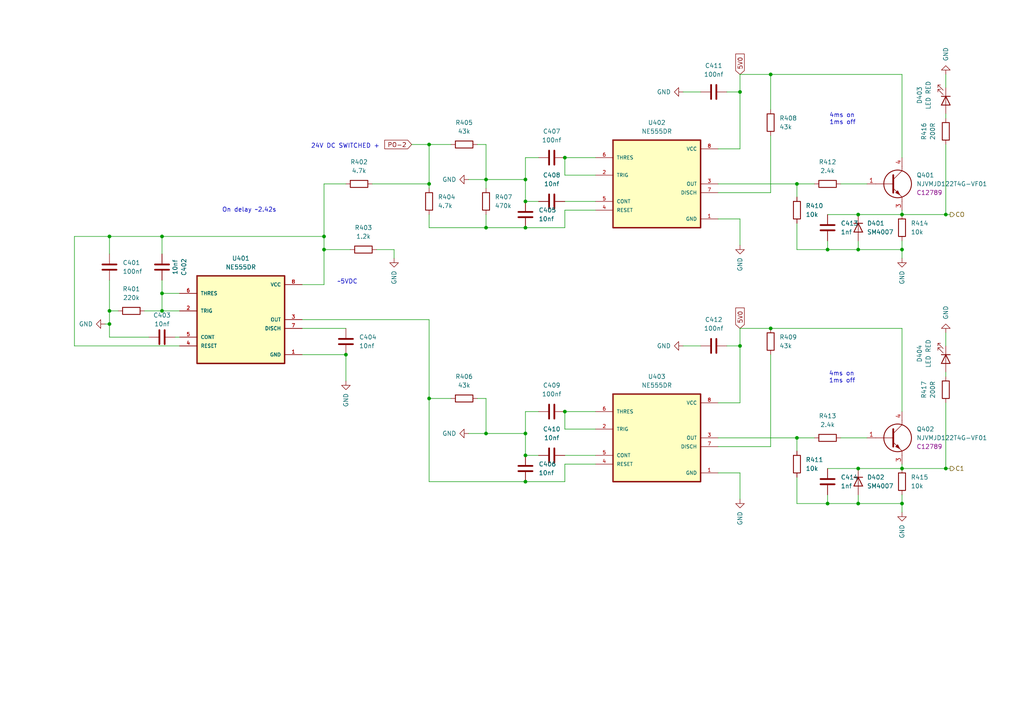
<source format=kicad_sch>
(kicad_sch (version 20211123) (generator eeschema)
  (paper "A4")
  (lib_symbols
    (symbol "Device:C" (pin_numbers hide) (pin_names (offset 0.254))
      (property "Reference" "C" (at 0.635 2.54 0))
      (property "Value" "C" (at 0.635 -2.54 0))
      (symbol "C_0_1"
        (polyline (pts (xy -2.032 -0.762) (xy 2.032 -0.762)) (stroke (width 0.508)))
        (polyline (pts (xy -2.032 0.762) (xy 2.032 0.762)) (stroke (width 0.508)))
      )
      (symbol "C_1_1"
        (pin passive line (at 0 3.81 270) (length 2.794) (name "~") (number "1"))
        (pin passive line (at 0 -3.81 90) (length 2.794) (name "~") (number "2"))
      )
    )
    (symbol "Device:LED" (pin_numbers hide) (pin_names (offset 1.016) hide)
      (property "Reference" "D" (at 0 2.54 0))
      (property "Value" "LED" (at 0 -2.54 0))
      (symbol "LED_0_1"
        (polyline (pts (xy -1.27 -1.27) (xy -1.27 1.27)) (stroke (width 0.254)))
        (polyline (pts (xy -1.27 0) (xy 1.27 0)))
        (polyline (pts (xy 1.27 -1.27) (xy 1.27 1.27) (xy -1.27 0) (xy 1.27 -1.27)) (stroke (width 0.254)))
        (polyline (pts (xy -3.048 -0.762) (xy -4.572 -2.286) (xy -3.81 -2.286) (xy -4.572 -2.286) (xy -4.572 -1.524)))
        (polyline (pts (xy -1.778 -0.762) (xy -3.302 -2.286) (xy -2.54 -2.286) (xy -3.302 -2.286) (xy -3.302 -1.524)))
      )
      (symbol "LED_1_1"
        (pin passive line (at -3.81 0 0) (length 2.54) (name "K") (number "1"))
        (pin passive line (at 3.81 0 180) (length 2.54) (name "A") (number "2"))
      )
    )
    (symbol "Device:R" (pin_numbers hide) (pin_names (offset 0))
      (property "Reference" "R" (at 2.032 0 90))
      (property "Value" "R" (at 0 0 90))
      (symbol "R_0_1"
        (rectangle (start -1.016 -2.54) (end 1.016 2.54) (stroke (width 0.254)))
      )
      (symbol "R_1_1"
        (pin passive line (at 0 3.81 270) (length 1.27) (name "~") (number "1"))
        (pin passive line (at 0 -3.81 90) (length 1.27) (name "~") (number "2"))
      )
    )
    (symbol "Diode:SM4007" (pin_numbers hide) (pin_names (offset 1.016) hide)
      (property "Reference" "D" (at 0 2.54 0))
      (property "Value" "SM4007" (at 0 -2.54 0))
      (symbol "SM4007_0_1"
        (polyline (pts (xy -1.27 1.27) (xy -1.27 -1.27)) (stroke (width 0.254)))
        (polyline (pts (xy 1.27 0) (xy -1.27 0)))
        (polyline (pts (xy 1.27 1.27) (xy 1.27 -1.27) (xy -1.27 0) (xy 1.27 1.27)) (stroke (width 0.254)))
      )
      (symbol "SM4007_1_1"
        (pin passive line (at -3.81 0 0) (length 2.54) (name "K") (number "1"))
        (pin passive line (at 3.81 0 180) (length 2.54) (name "A") (number "2"))
      )
    )
    (symbol "PCB_Library:NE555DR" (pin_names (offset 1.016))
      (property "Reference" "U" (at -12.7 13.6906 0))
      (property "Value" "NE555DR" (at -12.7 -16.6878 0))
      (symbol "NE555DR_0_0"
        (rectangle (start -12.7 -12.7) (end 12.7 12.7) (stroke (width 0.4064)) (fill (type background)))
        (pin power_in line (at 17.78 -10.16 180) (length 5.08) (name "GND") (number "1"))
        (pin input line (at -17.78 2.54 0) (length 5.08) (name "TRIG") (number "2"))
        (pin output line (at 17.78 0 180) (length 5.08) (name "OUT") (number "3"))
        (pin input line (at -17.78 -7.62 0) (length 5.08) (name "RESET") (number "4"))
        (pin bidirectional line (at -17.78 -5.08 0) (length 5.08) (name "CONT") (number "5"))
        (pin input line (at -17.78 7.62 0) (length 5.08) (name "THRES") (number "6"))
        (pin output line (at 17.78 -2.54 180) (length 5.08) (name "DISCH") (number "7"))
        (pin power_in line (at 17.78 10.16 180) (length 5.08) (name "VCC") (number "8"))
      )
    )
    (symbol "PCB_Library:NJVMJD122T4G-VF01" (pin_names (offset 0.762))
      (property "Reference" "Q" (at 13.97 1.27 0))
      (property "Value" "NJVMJD122T4G-VF01" (at 13.97 -1.27 0))
      (property "LCSC" "C12789" (at 0 0 0))
      (symbol "NJVMJD122T4G-VF01_0_0"
        (pin passive line (at 0 0 0) (length 2.54) (name "~") (number "1"))
        (pin passive line (at 10.16 -7.62 90) (length 2.54) (name "~") (number "3"))
        (pin passive line (at 10.16 7.62 270) (length 2.54) (name "~") (number "4"))
      )
      (symbol "NJVMJD122T4G-VF01_0_1"
        (polyline (pts (xy 2.54 0) (xy 7.62 0)) (stroke (width 0.1524)))
        (polyline (pts (xy 7.62 -1.27) (xy 10.16 -3.81)) (stroke (width 0.1524)))
        (polyline (pts (xy 7.62 1.27) (xy 10.16 3.81)) (stroke (width 0.1524)))
        (polyline (pts (xy 7.62 2.54) (xy 7.62 -2.54)) (stroke (width 0.508)))
        (polyline (pts (xy 10.16 -3.81) (xy 10.16 -5.08)) (stroke (width 0.1524)))
        (polyline (pts (xy 10.16 3.81) (xy 10.16 5.08)) (stroke (width 0.1524)))
        (polyline (pts (xy 8.382 -2.54) (xy 8.89 -2.032) (xy 9.398 -3.048) (xy 8.382 -2.54)) (stroke (width 0.254)) (fill (type outline)))
        (circle (center 8.89 0) (radius 4.0132) (stroke (width 0.254)))
      )
    )
    (symbol "power:GND" (power) (pin_names (offset 0))
      (property "Value" "GND" (at 0 -3.81 0))
      (symbol "GND_0_1"
        (polyline (pts (xy 0 0) (xy 0 -1.27) (xy 1.27 -1.27) (xy 0 -2.54) (xy -1.27 -1.27) (xy 0 -1.27)))
      )
      (symbol "GND_1_1"
        (pin power_in line (at 0 0 270) (length 0) hide (name "GND") (number "1"))
      )
    )
  )
  (junction (at 261.62 135.89))
  (junction (at 124.46 41.91))
  (junction (at 152.4 66.04))
  (junction (at 248.92 62.23))
  (junction (at 140.97 125.73))
  (junction (at 214.63 100.33))
  (junction (at 140.97 52.07))
  (junction (at 152.4 139.7))
  (junction (at 152.4 52.07))
  (junction (at 93.98 72.39))
  (junction (at 261.62 146.05))
  (junction (at 248.92 135.89))
  (junction (at 261.62 62.23))
  (junction (at 223.52 95.25))
  (junction (at 248.92 146.05))
  (junction (at 46.99 90.17))
  (junction (at 240.03 72.39))
  (junction (at 163.83 119.38))
  (junction (at 274.32 62.23))
  (junction (at 46.99 85.09))
  (junction (at 248.92 72.39))
  (junction (at 140.97 66.04))
  (junction (at 223.52 21.59))
  (junction (at 152.4 125.73))
  (junction (at 214.63 26.67))
  (junction (at 152.4 58.42))
  (junction (at 240.03 146.05))
  (junction (at 231.14 53.34))
  (junction (at 124.46 115.57))
  (junction (at 261.62 72.39))
  (junction (at 274.32 135.89))
  (junction (at 31.75 90.17))
  (junction (at 100.33 102.87))
  (junction (at 31.75 68.58))
  (junction (at 46.99 68.58))
  (junction (at 31.75 93.98))
  (junction (at 152.4 132.08))
  (junction (at 93.98 68.58))
  (junction (at 231.14 127))
  (junction (at 163.83 45.72))
  (junction (at 124.46 53.34))
  (wire (pts (xy 138.43 115.57) (xy 140.97 115.57)))
  (wire (pts (xy 46.99 85.09) (xy 46.99 90.17)))
  (wire (pts (xy 248.92 146.05) (xy 261.62 146.05)))
  (wire (pts (xy 274.32 100.33) (xy 274.32 96.52)))
  (wire (pts (xy 31.75 97.79) (xy 43.18 97.79)))
  (wire (pts (xy 261.62 143.51) (xy 261.62 146.05)))
  (wire (pts (xy 93.98 72.39) (xy 101.6 72.39)))
  (wire (pts (xy 172.72 119.38) (xy 163.83 119.38)))
  (wire (pts (xy 163.83 134.62) (xy 163.83 139.7)))
  (wire (pts (xy 261.62 69.85) (xy 261.62 72.39)))
  (wire (pts (xy 135.89 52.07) (xy 140.97 52.07)))
  (wire (pts (xy 261.62 60.96) (xy 261.62 62.23)))
  (wire (pts (xy 93.98 53.34) (xy 93.98 68.58)))
  (wire (pts (xy 240.03 143.51) (xy 240.03 146.05)))
  (wire (pts (xy 31.75 90.17) (xy 31.75 93.98)))
  (wire (pts (xy 261.62 62.23) (xy 274.32 62.23)))
  (wire (pts (xy 163.83 124.46) (xy 172.72 124.46)))
  (wire (pts (xy 52.07 100.33) (xy 21.59 100.33)))
  (wire (pts (xy 124.46 41.91) (xy 124.46 53.34)))
  (wire (pts (xy 140.97 52.07) (xy 140.97 54.61)))
  (wire (pts (xy 163.83 132.08) (xy 172.72 132.08)))
  (wire (pts (xy 243.84 53.34) (xy 251.46 53.34)))
  (wire (pts (xy 152.4 66.04) (xy 163.83 66.04)))
  (wire (pts (xy 274.32 116.84) (xy 274.32 135.89)))
  (wire (pts (xy 208.28 55.88) (xy 223.52 55.88)))
  (wire (pts (xy 261.62 72.39) (xy 261.62 74.93)))
  (wire (pts (xy 46.99 81.28) (xy 46.99 85.09)))
  (wire (pts (xy 274.32 34.29) (xy 274.32 33.02)))
  (wire (pts (xy 231.14 127) (xy 236.22 127)))
  (wire (pts (xy 261.62 146.05) (xy 261.62 148.59)))
  (wire (pts (xy 223.52 31.75) (xy 223.52 21.59)))
  (wire (pts (xy 21.59 100.33) (xy 21.59 68.58)))
  (wire (pts (xy 248.92 72.39) (xy 261.62 72.39)))
  (wire (pts (xy 140.97 125.73) (xy 152.4 125.73)))
  (wire (pts (xy 223.52 129.54) (xy 223.52 102.87)))
  (wire (pts (xy 119.38 41.91) (xy 124.46 41.91)))
  (wire (pts (xy 124.46 139.7) (xy 152.4 139.7)))
  (wire (pts (xy 261.62 45.72) (xy 261.62 21.59)))
  (wire (pts (xy 107.95 53.34) (xy 124.46 53.34)))
  (wire (pts (xy 50.8 97.79) (xy 52.07 97.79)))
  (wire (pts (xy 274.32 41.91) (xy 274.32 62.23)))
  (wire (pts (xy 240.03 135.89) (xy 248.92 135.89)))
  (wire (pts (xy 152.4 45.72) (xy 152.4 52.07)))
  (wire (pts (xy 208.28 127) (xy 231.14 127)))
  (wire (pts (xy 140.97 115.57) (xy 140.97 125.73)))
  (wire (pts (xy 214.63 43.18) (xy 208.28 43.18)))
  (wire (pts (xy 124.46 115.57) (xy 124.46 139.7)))
  (wire (pts (xy 31.75 68.58) (xy 46.99 68.58)))
  (wire (pts (xy 46.99 90.17) (xy 52.07 90.17)))
  (wire (pts (xy 93.98 82.55) (xy 87.63 82.55)))
  (wire (pts (xy 140.97 41.91) (xy 140.97 52.07)))
  (wire (pts (xy 124.46 92.71) (xy 124.46 115.57)))
  (wire (pts (xy 231.14 53.34) (xy 236.22 53.34)))
  (wire (pts (xy 248.92 143.51) (xy 248.92 146.05)))
  (wire (pts (xy 248.92 69.85) (xy 248.92 72.39)))
  (wire (pts (xy 214.63 116.84) (xy 208.28 116.84)))
  (wire (pts (xy 214.63 95.25) (xy 223.52 95.25)))
  (wire (pts (xy 214.63 21.59) (xy 214.63 26.67)))
  (wire (pts (xy 214.63 21.59) (xy 223.52 21.59)))
  (wire (pts (xy 231.14 64.77) (xy 231.14 72.39)))
  (wire (pts (xy 172.72 60.96) (xy 163.83 60.96)))
  (wire (pts (xy 140.97 62.23) (xy 140.97 66.04)))
  (wire (pts (xy 274.32 25.4) (xy 274.32 21.59)))
  (wire (pts (xy 261.62 21.59) (xy 223.52 21.59)))
  (wire (pts (xy 124.46 53.34) (xy 124.46 54.61)))
  (wire (pts (xy 138.43 41.91) (xy 140.97 41.91)))
  (wire (pts (xy 152.4 58.42) (xy 156.21 58.42)))
  (wire (pts (xy 140.97 66.04) (xy 152.4 66.04)))
  (wire (pts (xy 231.14 127) (xy 231.14 130.81)))
  (wire (pts (xy 130.81 41.91) (xy 124.46 41.91)))
  (wire (pts (xy 214.63 95.25) (xy 214.63 100.33)))
  (wire (pts (xy 223.52 55.88) (xy 223.52 39.37)))
  (wire (pts (xy 30.48 93.98) (xy 31.75 93.98)))
  (wire (pts (xy 156.21 45.72) (xy 152.4 45.72)))
  (wire (pts (xy 208.28 53.34) (xy 231.14 53.34)))
  (wire (pts (xy 240.03 146.05) (xy 248.92 146.05)))
  (wire (pts (xy 231.14 138.43) (xy 231.14 146.05)))
  (wire (pts (xy 135.89 125.73) (xy 140.97 125.73)))
  (wire (pts (xy 152.4 119.38) (xy 152.4 125.73)))
  (wire (pts (xy 140.97 52.07) (xy 152.4 52.07)))
  (wire (pts (xy 231.14 146.05) (xy 240.03 146.05)))
  (wire (pts (xy 261.62 135.89) (xy 274.32 135.89)))
  (wire (pts (xy 163.83 60.96) (xy 163.83 66.04)))
  (wire (pts (xy 248.92 62.23) (xy 261.62 62.23)))
  (wire (pts (xy 100.33 102.87) (xy 100.33 110.49)))
  (wire (pts (xy 52.07 85.09) (xy 46.99 85.09)))
  (wire (pts (xy 124.46 62.23) (xy 124.46 66.04)))
  (wire (pts (xy 274.32 135.89) (xy 275.59 135.89)))
  (wire (pts (xy 198.12 26.67) (xy 203.2 26.67)))
  (wire (pts (xy 31.75 81.28) (xy 31.75 90.17)))
  (wire (pts (xy 208.28 137.16) (xy 214.63 137.16)))
  (wire (pts (xy 163.83 119.38) (xy 163.83 124.46)))
  (wire (pts (xy 31.75 97.79) (xy 31.75 93.98)))
  (wire (pts (xy 152.4 52.07) (xy 152.4 58.42)))
  (wire (pts (xy 274.32 109.22) (xy 274.32 107.95)))
  (wire (pts (xy 93.98 72.39) (xy 93.98 82.55)))
  (wire (pts (xy 240.03 69.85) (xy 240.03 72.39)))
  (wire (pts (xy 41.91 90.17) (xy 46.99 90.17)))
  (wire (pts (xy 210.82 26.67) (xy 214.63 26.67)))
  (wire (pts (xy 156.21 119.38) (xy 152.4 119.38)))
  (wire (pts (xy 214.63 137.16) (xy 214.63 144.78)))
  (wire (pts (xy 114.3 72.39) (xy 114.3 74.93)))
  (wire (pts (xy 34.29 90.17) (xy 31.75 90.17)))
  (wire (pts (xy 46.99 68.58) (xy 93.98 68.58)))
  (wire (pts (xy 87.63 92.71) (xy 124.46 92.71)))
  (wire (pts (xy 172.72 45.72) (xy 163.83 45.72)))
  (wire (pts (xy 172.72 134.62) (xy 163.83 134.62)))
  (wire (pts (xy 261.62 95.25) (xy 223.52 95.25)))
  (wire (pts (xy 214.63 26.67) (xy 214.63 43.18)))
  (wire (pts (xy 208.28 63.5) (xy 214.63 63.5)))
  (wire (pts (xy 243.84 127) (xy 251.46 127)))
  (wire (pts (xy 152.4 125.73) (xy 152.4 132.08)))
  (wire (pts (xy 261.62 119.38) (xy 261.62 95.25)))
  (wire (pts (xy 163.83 50.8) (xy 172.72 50.8)))
  (wire (pts (xy 240.03 62.23) (xy 248.92 62.23)))
  (wire (pts (xy 93.98 68.58) (xy 93.98 72.39)))
  (wire (pts (xy 208.28 129.54) (xy 223.52 129.54)))
  (wire (pts (xy 152.4 139.7) (xy 163.83 139.7)))
  (wire (pts (xy 274.32 62.23) (xy 275.59 62.23)))
  (wire (pts (xy 198.12 100.33) (xy 203.2 100.33)))
  (wire (pts (xy 163.83 58.42) (xy 172.72 58.42)))
  (wire (pts (xy 214.63 63.5) (xy 214.63 71.12)))
  (wire (pts (xy 21.59 68.58) (xy 31.75 68.58)))
  (wire (pts (xy 248.92 135.89) (xy 261.62 135.89)))
  (wire (pts (xy 31.75 68.58) (xy 31.75 73.66)))
  (wire (pts (xy 100.33 53.34) (xy 93.98 53.34)))
  (wire (pts (xy 152.4 132.08) (xy 156.21 132.08)))
  (wire (pts (xy 231.14 72.39) (xy 240.03 72.39)))
  (wire (pts (xy 124.46 66.04) (xy 140.97 66.04)))
  (wire (pts (xy 163.83 45.72) (xy 163.83 50.8)))
  (wire (pts (xy 87.63 95.25) (xy 100.33 95.25)))
  (wire (pts (xy 210.82 100.33) (xy 214.63 100.33)))
  (wire (pts (xy 46.99 68.58) (xy 46.99 73.66)))
  (wire (pts (xy 100.33 102.87) (xy 87.63 102.87)))
  (wire (pts (xy 261.62 134.62) (xy 261.62 135.89)))
  (wire (pts (xy 114.3 72.39) (xy 109.22 72.39)))
  (wire (pts (xy 231.14 53.34) (xy 231.14 57.15)))
  (wire (pts (xy 130.81 115.57) (xy 124.46 115.57)))
  (wire (pts (xy 240.03 72.39) (xy 248.92 72.39)))
  (wire (pts (xy 214.63 100.33) (xy 214.63 116.84)))
  (text "~5VDC" (at 97.79 82.55 0) (effects (font (size 1.27 1.27)) (justify left bottom)))
  (text "On delay ~2.42s" (at 64.389 61.722 0) (effects (font (size 1.27 1.27)) (justify left bottom)))
  (text "4ms on\n1ms off" (at 240.538 36.322 0) (effects (font (size 1.27 1.27)) (justify left bottom)))
  (text "24V DC SWITCHED +" (at 90.17 43.18 0) (effects (font (size 1.27 1.27)) (justify left bottom)))
  (text "4ms on\n1ms off" (at 240.411 111.252 0) (effects (font (size 1.27 1.27)) (justify left bottom)))
  (global_label "5V0" (shape input) (at 214.63 21.59 90) (property "Intersheet References" "${INTERSHEET_REFS}" (effects hide)))
  (global_label "PO-2" (shape input) (at 119.38 41.91 180) (property "Intersheet References" "${INTERSHEET_REFS}" (effects hide)))
  (global_label "5V0" (shape input) (at 214.63 95.25 90) (property "Intersheet References" "${INTERSHEET_REFS}" (effects hide)))
  (hierarchical_label "CO" (shape output) (at 275.59 62.23 0))
  (hierarchical_label "C1" (shape output) (at 275.59 135.89 0))
  (symbol (lib_id "Device:R") (at 124.46 58.42 0) (unit 1)
    (property "Reference" "R404" (at 127 57.1499 0) (effects (justify left)))
    (property "Value" "4.7k" (at 127 59.6899 0) (effects (justify left)))
    (property "Footprint" "Footprints:R_0402_1005Metric" (effects hide))
    (property "LCSC" "C25900" (effects hide))
  )
  (symbol (lib_id "Diode:SM4007") (at 248.92 139.7 270) (unit 1)
    (property "Reference" "D402" (at 251.46 138.4299 90) (effects (justify left)))
    (property "Value" "SM4007" (at 251.46 140.9699 90) (effects (justify left)))
    (property "Footprint" "Diode_SMD:D_MELF" (effects hide))
    (property "Datasheet" "http://cdn-reichelt.de/documents/datenblatt/A400/SMD1N400%23DIO.pdf" (effects hide))
    (property "LCSC" "C64898" (effects hide))
  )
  (symbol (lib_id "power:GND") (at 30.48 93.98 270) (mirror x) (unit 1)
    (property "Reference" "#PWR0401" (effects hide))
    (property "Value" "GND" (at 22.86 93.98 90) (effects (justify left)))
  )
  (symbol (lib_id "Device:R") (at 134.62 115.57 90) (unit 1)
    (property "Reference" "R406" (at 134.62 109.22 90))
    (property "Value" "43k" (at 134.62 111.76 90))
    (property "Footprint" "Footprints:R_0603_1608Metric" (effects hide))
    (property "LCSC" "C25804" (effects hide))
  )
  (symbol (lib_id "PCB_Library:NE555DR") (at 190.5 127 0) (unit 1)
    (property "Reference" "U403" (at 190.5 109.22 0))
    (property "Value" "NE555DR" (at 190.5 111.76 0))
    (property "Footprint" "SOIC127P599X175-8N" (effects hide))
    (property "PRICE" "None" (effects hide))
    (property "MOUSER-PURCHASE-URL" "https://snapeda.com/shop?store=Mouser&id=290253" (effects hide))
    (property "PACKAGE" "SOIC-8 Texas Instruments" (effects hide))
    (property "MF" "Texas Instruments" (effects hide))
    (property "DIGIKEY-PURCHASE-URL" "https://snapeda.com/shop?store=DigiKey&id=290253" (effects hide))
    (property "DESCRIPTION" "Precision Timers 8-SOIC -40 to 105" (effects hide))
    (property "TEXAS_INSTRUMENTS-PURCHASE-URL" "https://snapeda.com/shop?store=Texas+Instruments&id=290253" (effects hide))
    (property "AVAILABILITY" "Unavailable" (effects hide))
    (property "MP" "NA555DR" (effects hide))
    (property "ARROW_ELECTRONICS-PURCHASE-URL" "https://snapeda.com/shop?store=Arrow+Electronics&id=290253" (effects hide))
    (property "LCSC" "C7593" (effects hide))
  )
  (symbol (lib_id "power:GND") (at 274.32 21.59 180) (unit 1)
    (property "Reference" "#PWR0412" (effects hide))
    (property "Value" "GND" (at 274.3199 17.78 90) (effects (justify right)))
  )
  (symbol (lib_id "Device:C") (at 152.4 135.89 180) (unit 1)
    (property "Reference" "C406" (at 156.21 134.6199 0) (effects (justify right)))
    (property "Value" "10nf" (at 156.21 137.1599 0) (effects (justify right)))
    (property "Footprint" "Footprints:C_0402_1005Metric" (effects hide))
    (property "LCSC" "C15195" (effects hide))
  )
  (symbol (lib_id "Device:R") (at 38.1 90.17 270) (unit 1)
    (property "Reference" "R401" (at 38.1 83.82 90))
    (property "Value" "220k" (at 38.1 86.36 90))
    (property "Footprint" "Footprints:R_0402_1005Metric" (effects hide))
    (property "LCSC" "C25744" (effects hide))
  )
  (symbol (lib_id "power:GND") (at 274.32 96.52 180) (unit 1)
    (property "Reference" "#PWR0413" (effects hide))
    (property "Value" "GND" (at 274.3199 92.71 90) (effects (justify right)))
  )
  (symbol (lib_id "power:GND") (at 198.12 26.67 270) (mirror x) (unit 1)
    (property "Reference" "#PWR0406" (effects hide))
    (property "Value" "GND" (at 190.5 26.67 90) (effects (justify left)))
  )
  (symbol (lib_id "Device:C") (at 207.01 100.33 90) (unit 1)
    (property "Reference" "C412" (at 207.01 92.71 90))
    (property "Value" "100nf" (at 207.01 95.25 90))
    (property "Footprint" "Footprints:C_0402_1005Metric" (effects hide))
    (property "LCSC" "C307331" (effects hide))
  )
  (symbol (lib_id "Device:R") (at 231.14 60.96 0) (unit 1)
    (property "Reference" "R410" (at 233.68 59.6899 0) (effects (justify left)))
    (property "Value" "10k" (at 233.68 62.2299 0) (effects (justify left)))
    (property "Footprint" "Footprints:R_0402_1005Metric" (effects hide))
    (property "LCSC" "C25744" (effects hide))
  )
  (symbol (lib_id "Device:R") (at 231.14 134.62 0) (unit 1)
    (property "Reference" "R411" (at 233.68 133.3499 0) (effects (justify left)))
    (property "Value" "10k" (at 233.68 135.8899 0) (effects (justify left)))
    (property "Footprint" "Footprints:R_0402_1005Metric" (effects hide))
    (property "LCSC" "C25744" (effects hide))
  )
  (symbol (lib_id "Device:R") (at 223.52 35.56 0) (unit 1)
    (property "Reference" "R408" (at 226.06 34.2899 0) (effects (justify left)))
    (property "Value" "43k" (at 226.06 36.8299 0) (effects (justify left)))
    (property "Footprint" "Footprints:R_0603_1608Metric" (effects hide))
    (property "LCSC" "C25804" (effects hide))
  )
  (symbol (lib_id "power:GND") (at 135.89 52.07 270) (mirror x) (unit 1)
    (property "Reference" "#PWR0404" (effects hide))
    (property "Value" "GND" (at 128.27 52.07 90) (effects (justify left)))
  )
  (symbol (lib_id "Device:C") (at 152.4 62.23 180) (unit 1)
    (property "Reference" "C405" (at 156.21 60.9599 0) (effects (justify right)))
    (property "Value" "10nf" (at 156.21 63.4999 0) (effects (justify right)))
    (property "Footprint" "Footprints:C_0402_1005Metric" (effects hide))
    (property "LCSC" "C15195" (effects hide))
  )
  (symbol (lib_id "Device:C") (at 160.02 45.72 90) (unit 1)
    (property "Reference" "C407" (at 160.02 38.1 90))
    (property "Value" "100nf" (at 160.02 40.64 90))
    (property "Footprint" "Footprints:C_0402_1005Metric" (effects hide))
    (property "LCSC" "C307331" (effects hide))
  )
  (symbol (lib_id "Device:C") (at 160.02 119.38 90) (unit 1)
    (property "Reference" "C409" (at 160.02 111.76 90))
    (property "Value" "100nf" (at 160.02 114.3 90))
    (property "Footprint" "Footprints:C_0402_1005Metric" (effects hide))
    (property "LCSC" "C307331" (effects hide))
  )
  (symbol (lib_id "Device:R") (at 134.62 41.91 90) (unit 1)
    (property "Reference" "R405" (at 134.62 35.56 90))
    (property "Value" "43k" (at 134.62 38.1 90))
    (property "Footprint" "Footprints:R_0603_1608Metric" (effects hide))
    (property "LCSC" "C25804" (effects hide))
  )
  (symbol (lib_id "power:GND") (at 261.62 74.93 0) (mirror y) (unit 1)
    (property "Reference" "#PWR0410" (effects hide))
    (property "Value" "GND" (at 261.62 82.55 90) (effects (justify left)))
  )
  (symbol (lib_id "Device:R") (at 140.97 58.42 180) (unit 1)
    (property "Reference" "R407" (at 143.51 57.1499 0) (effects (justify right)))
    (property "Value" "470k" (at 143.51 59.6899 0) (effects (justify right)))
    (property "Footprint" "Footprints:R_0402_1005Metric" (effects hide))
    (property "LCSC" "C25790" (effects hide))
  )
  (symbol (lib_id "Device:LED") (at 274.32 29.21 270) (unit 1)
    (property "Reference" "D403" (at 266.7 27.6225 0))
    (property "Value" "LED RED" (at 269.24 27.6225 0))
    (property "Footprint" "Footprints:LED_0603_1608Metric" (effects hide))
    (property "LCSC" "C2286" (effects hide))
  )
  (symbol (lib_id "Device:R") (at 261.62 66.04 0) (unit 1)
    (property "Reference" "R414" (at 264.16 64.7699 0) (effects (justify left)))
    (property "Value" "10k" (at 264.16 67.3099 0) (effects (justify left)))
    (property "Footprint" "Footprints:R_0402_1005Metric" (effects hide))
    (property "LCSC" "C25744" (effects hide))
  )
  (symbol (lib_id "PCB_Library:NJVMJD122T4G-VF01") (at 251.46 127 0) (unit 1)
    (property "Reference" "Q402" (at 265.811 124.4599 0) (effects (justify left)))
    (property "Value" "NJVMJD122T4G-VF01" (at 265.811 126.9999 0) (effects (justify left)))
    (property "Footprint" "PCB_Library:NJVMJD122T4GVF01" (effects hide))
    (property "Datasheet" "http://www.onsemi.com/pub/Collateral/MJD122-D.PDF" (effects hide))
    (property "Description" "ON SEMICONDUCTOR - NJVMJD122T4G-VF01 - TRANS, AEC-Q101, NPN, 100V, TO-252-3" (effects hide))
    (property "Manufacturer_Name" "onsemi" (effects hide))
    (property "Manufacturer_Part_Number" "NJVMJD122T4G-VF01" (effects hide))
    (property "LCSC" "C12789" (at 265.811 129.5399 0) (effects (justify left)))
  )
  (symbol (lib_id "power:GND") (at 261.62 148.59 0) (mirror y) (unit 1)
    (property "Reference" "#PWR0411" (effects hide))
    (property "Value" "GND" (at 261.62 156.21 90) (effects (justify left)))
  )
  (symbol (lib_id "Device:C") (at 100.33 99.06 180) (unit 1)
    (property "Reference" "C404" (at 104.14 97.7899 0) (effects (justify right)))
    (property "Value" "10nf" (at 104.14 100.3299 0) (effects (justify right)))
    (property "Footprint" "Footprints:C_0402_1005Metric" (effects hide))
    (property "LCSC" "C15195" (effects hide))
  )
  (symbol (lib_id "power:GND") (at 114.3 74.93 0) (mirror y) (unit 1)
    (property "Reference" "#PWR0403" (effects hide))
    (property "Value" "GND" (at 114.3 82.55 90) (effects (justify left)))
  )
  (symbol (lib_id "Device:C") (at 240.03 66.04 0) (unit 1)
    (property "Reference" "C413" (at 243.84 64.7699 0) (effects (justify left)))
    (property "Value" "1nf" (at 243.84 67.3099 0) (effects (justify left)))
    (property "Footprint" "Footprints:C_0402_1005Metric" (effects hide))
    (property "LCSC" "C1523" (effects hide))
  )
  (symbol (lib_id "Device:C") (at 207.01 26.67 90) (unit 1)
    (property "Reference" "C411" (at 207.01 19.05 90))
    (property "Value" "100nf" (at 207.01 21.59 90))
    (property "Footprint" "Footprints:C_0402_1005Metric" (effects hide))
    (property "LCSC" "C307331" (effects hide))
  )
  (symbol (lib_id "Device:C") (at 240.03 139.7 0) (unit 1)
    (property "Reference" "C414" (at 243.84 138.4299 0) (effects (justify left)))
    (property "Value" "1nf" (at 243.84 140.9699 0) (effects (justify left)))
    (property "Footprint" "Footprints:C_0402_1005Metric" (effects hide))
    (property "LCSC" "C1523" (effects hide))
  )
  (symbol (lib_id "power:GND") (at 198.12 100.33 270) (mirror x) (unit 1)
    (property "Reference" "#PWR0407" (effects hide))
    (property "Value" "GND" (at 190.5 100.33 90) (effects (justify left)))
  )
  (symbol (lib_id "power:GND") (at 214.63 71.12 0) (mirror y) (unit 1)
    (property "Reference" "#PWR0408" (effects hide))
    (property "Value" "GND" (at 214.63 78.74 90) (effects (justify left)))
  )
  (symbol (lib_id "PCB_Library:NJVMJD122T4G-VF01") (at 251.46 53.34 0) (unit 1)
    (property "Reference" "Q401" (at 265.811 50.7999 0) (effects (justify left)))
    (property "Value" "NJVMJD122T4G-VF01" (at 265.811 53.3399 0) (effects (justify left)))
    (property "Footprint" "PCB_Library:NJVMJD122T4GVF01" (effects hide))
    (property "Datasheet" "http://www.onsemi.com/pub/Collateral/MJD122-D.PDF" (effects hide))
    (property "Description" "ON SEMICONDUCTOR - NJVMJD122T4G-VF01 - TRANS, AEC-Q101, NPN, 100V, TO-252-3" (effects hide))
    (property "Manufacturer_Name" "onsemi" (effects hide))
    (property "Manufacturer_Part_Number" "NJVMJD122T4G-VF01" (effects hide))
    (property "LCSC" "C12789" (at 265.811 55.8799 0) (effects (justify left)))
  )
  (symbol (lib_id "Diode:SM4007") (at 248.92 66.04 270) (unit 1)
    (property "Reference" "D401" (at 251.46 64.7699 90) (effects (justify left)))
    (property "Value" "SM4007" (at 251.46 67.3099 90) (effects (justify left)))
    (property "Footprint" "Diode_SMD:D_MELF" (effects hide))
    (property "Datasheet" "http://cdn-reichelt.de/documents/datenblatt/A400/SMD1N400%23DIO.pdf" (effects hide))
    (property "LCSC" "C64898" (effects hide))
  )
  (symbol (lib_id "Device:R") (at 274.32 38.1 0) (unit 1)
    (property "Reference" "R416" (at 267.97 38.1 90))
    (property "Value" "200R" (at 270.51 38.1 90))
    (property "Footprint" "Footprints:R_0402_1005Metric" (effects hide))
    (property "LCSC" "C25087" (effects hide))
  )
  (symbol (lib_id "power:GND") (at 214.63 144.78 0) (mirror y) (unit 1)
    (property "Reference" "#PWR0409" (effects hide))
    (property "Value" "GND" (at 214.63 152.4 90) (effects (justify left)))
  )
  (symbol (lib_id "Device:C") (at 160.02 58.42 90) (unit 1)
    (property "Reference" "C408" (at 160.02 50.8 90))
    (property "Value" "10nf" (at 160.02 53.34 90))
    (property "Footprint" "Footprints:C_0402_1005Metric" (effects hide))
    (property "LCSC" "C15195" (effects hide))
  )
  (symbol (lib_id "Device:C") (at 31.75 77.47 180) (unit 1)
    (property "Reference" "C401" (at 35.56 76.1999 0) (effects (justify right)))
    (property "Value" "100nf" (at 35.56 78.7399 0) (effects (justify right)))
    (property "Footprint" "Footprints:C_0402_1005Metric" (effects hide))
    (property "LCSC" "C307331" (effects hide))
  )
  (symbol (lib_id "Device:R") (at 105.41 72.39 90) (unit 1)
    (property "Reference" "R403" (at 105.41 66.04 90))
    (property "Value" "1.2k" (at 105.41 68.58 90))
    (property "Footprint" "Footprints:R_0402_1005Metric" (effects hide))
    (property "LCSC" "C25862" (effects hide))
  )
  (symbol (lib_id "Device:R") (at 274.32 113.03 0) (unit 1)
    (property "Reference" "R417" (at 267.97 113.03 90))
    (property "Value" "200R" (at 270.51 113.03 90))
    (property "Footprint" "Footprints:R_0402_1005Metric" (effects hide))
    (property "LCSC" "C25087" (effects hide))
  )
  (symbol (lib_id "power:GND") (at 135.89 125.73 270) (mirror x) (unit 1)
    (property "Reference" "#PWR0405" (effects hide))
    (property "Value" "GND" (at 128.27 125.73 90) (effects (justify left)))
  )
  (symbol (lib_id "Device:R") (at 240.03 53.34 270) (unit 1)
    (property "Reference" "R412" (at 240.03 46.99 90))
    (property "Value" "2.4k" (at 240.03 49.53 90))
    (property "Footprint" "Footprints:R_0402_1005Metric" (effects hide))
    (property "LCSC" "C25882" (effects hide))
  )
  (symbol (lib_id "Device:LED") (at 274.32 104.14 270) (unit 1)
    (property "Reference" "D404" (at 266.7 102.5525 0))
    (property "Value" "LED RED" (at 269.24 102.5525 0))
    (property "Footprint" "Footprints:LED_0603_1608Metric" (effects hide))
    (property "LCSC" "C2286" (effects hide))
  )
  (symbol (lib_id "PCB_Library:NE555DR") (at 69.85 92.71 0) (unit 1)
    (property "Reference" "U401" (at 69.85 74.93 0))
    (property "Value" "NE555DR" (at 69.85 77.47 0))
    (property "Footprint" "SOIC127P599X175-8N" (effects hide))
    (property "PRICE" "None" (effects hide))
    (property "MOUSER-PURCHASE-URL" "https://snapeda.com/shop?store=Mouser&id=290253" (effects hide))
    (property "PACKAGE" "SOIC-8 Texas Instruments" (effects hide))
    (property "MF" "Texas Instruments" (effects hide))
    (property "DIGIKEY-PURCHASE-URL" "https://snapeda.com/shop?store=DigiKey&id=290253" (effects hide))
    (property "DESCRIPTION" "Precision Timers 8-SOIC -40 to 105" (effects hide))
    (property "TEXAS_INSTRUMENTS-PURCHASE-URL" "https://snapeda.com/shop?store=Texas+Instruments&id=290253" (effects hide))
    (property "AVAILABILITY" "Unavailable" (effects hide))
    (property "MP" "NA555DR" (effects hide))
    (property "ARROW_ELECTRONICS-PURCHASE-URL" "https://snapeda.com/shop?store=Arrow+Electronics&id=290253" (effects hide))
    (property "LCSC" "C7593" (effects hide))
  )
  (symbol (lib_id "PCB_Library:NE555DR") (at 190.5 53.34 0) (unit 1)
    (property "Reference" "U402" (at 190.5 35.56 0))
    (property "Value" "NE555DR" (at 190.5 38.1 0))
    (property "Footprint" "SOIC127P599X175-8N" (effects hide))
    (property "PRICE" "None" (effects hide))
    (property "MOUSER-PURCHASE-URL" "https://snapeda.com/shop?store=Mouser&id=290253" (effects hide))
    (property "PACKAGE" "SOIC-8 Texas Instruments" (effects hide))
    (property "MF" "Texas Instruments" (effects hide))
    (property "DIGIKEY-PURCHASE-URL" "https://snapeda.com/shop?store=DigiKey&id=290253" (effects hide))
    (property "DESCRIPTION" "Precision Timers 8-SOIC -40 to 105" (effects hide))
    (property "TEXAS_INSTRUMENTS-PURCHASE-URL" "https://snapeda.com/shop?store=Texas+Instruments&id=290253" (effects hide))
    (property "AVAILABILITY" "Unavailable" (effects hide))
    (property "MP" "NA555DR" (effects hide))
    (property "ARROW_ELECTRONICS-PURCHASE-URL" "https://snapeda.com/shop?store=Arrow+Electronics&id=290253" (effects hide))
    (property "LCSC" "C7593" (effects hide))
  )
  (symbol (lib_id "Device:R") (at 104.14 53.34 90) (unit 1)
    (property "Reference" "R402" (at 104.14 46.99 90))
    (property "Value" "4.7k" (at 104.14 49.53 90))
    (property "Footprint" "Footprints:R_0402_1005Metric" (effects hide))
    (property "LCSC" "C25900" (effects hide))
  )
  (symbol (lib_id "Device:C") (at 46.99 97.79 90) (unit 1)
    (property "Reference" "C403" (at 46.99 91.44 90))
    (property "Value" "10nf" (at 46.99 93.98 90))
    (property "Footprint" "Footprints:C_0402_1005Metric" (effects hide))
    (property "LCSC" "C15195" (effects hide))
  )
  (symbol (lib_id "Device:R") (at 261.62 139.7 0) (unit 1)
    (property "Reference" "R415" (at 264.16 138.4299 0) (effects (justify left)))
    (property "Value" "10k" (at 264.16 140.9699 0) (effects (justify left)))
    (property "Footprint" "Footprints:R_0402_1005Metric" (effects hide))
    (property "LCSC" "C25744" (effects hide))
  )
  (symbol (lib_id "Device:R") (at 240.03 127 270) (unit 1)
    (property "Reference" "R413" (at 240.03 120.65 90))
    (property "Value" "2.4k" (at 240.03 123.19 90))
    (property "Footprint" "Footprints:R_0402_1005Metric" (effects hide))
    (property "LCSC" "C25882" (effects hide))
  )
  (symbol (lib_id "power:GND") (at 100.33 110.49 0) (mirror y) (unit 1)
    (property "Reference" "#PWR0402" (effects hide))
    (property "Value" "GND" (at 100.33 118.11 90) (effects (justify left)))
  )
  (symbol (lib_id "Device:C") (at 160.02 132.08 90) (unit 1)
    (property "Reference" "C410" (at 160.02 124.46 90))
    (property "Value" "10nf" (at 160.02 127 90))
    (property "Footprint" "Footprints:C_0402_1005Metric" (effects hide))
    (property "LCSC" "C15195" (effects hide))
  )
  (symbol (lib_id "Device:R") (at 223.52 99.06 0) (unit 1)
    (property "Reference" "R409" (at 226.06 97.7899 0) (effects (justify left)))
    (property "Value" "43k" (at 226.06 100.3299 0) (effects (justify left)))
    (property "Footprint" "Footprints:R_0603_1608Metric" (effects hide))
    (property "LCSC" "C25804" (effects hide))
  )
  (symbol (lib_id "Device:C") (at 46.99 77.47 0) (unit 1)
    (property "Reference" "C402" (at 53.34 77.47 90))
    (property "Value" "10nf" (at 50.8 77.47 90))
    (property "Footprint" "Footprints:C_0402_1005Metric" (effects hide))
    (property "LCSC" "C15195" (effects hide))
  )
)
</source>
